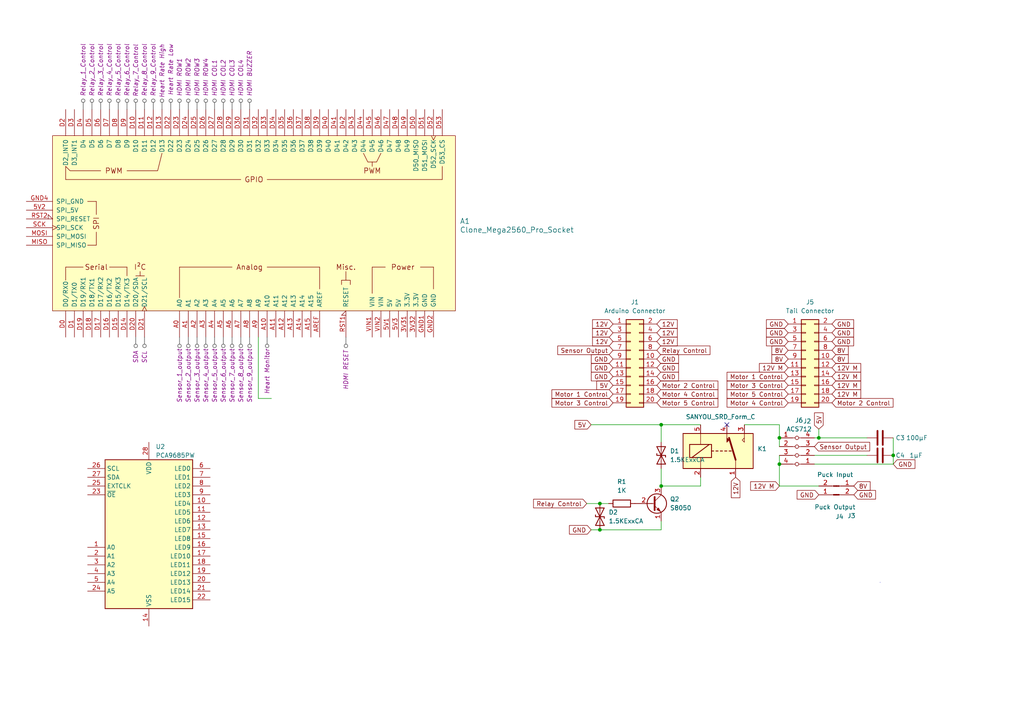
<source format=kicad_sch>
(kicad_sch (version 20231120) (generator "eeschema") (generator_version "8.0")
  (paper "A4")
  (lib_symbols
    (symbol "Arduino:Clone_Mega2560_Pro_Socket" (pin_names (offset 1.016))
      (property "Reference" "A" (at 0 -62.23 0))
      (property "Value" "Clone_Mega2560_Pro_Socket" (at 0 -66.04 0))
      (symbol "Clone_Mega2560_Pro_Socket_0_0"
        (rectangle (start -25.4 -58.42) (end 25.4 58.42) (fill (type background)))
        (rectangle (start -20.32 -34.29) (end -12.7 -34.29))
        (rectangle (start -19.05 -52.07) (end -12.7 -52.07))
        (rectangle (start -19.05 -19.05) (end -12.7 -19.05))
        (rectangle (start -17.78 -27.94) (end -16.51 -27.94))
        (rectangle (start -17.78 -25.4) (end -16.51 -25.4))
        (rectangle (start -16.51 -26.67) (end -13.97 -26.67))
        (rectangle (start -16.51 -25.4) (end -16.51 -27.94))
        (rectangle (start -16.51 54.61) (end -12.7 54.61))
        (rectangle (start -15.24 33.02) (end -13.97 33.02))
        (rectangle (start -15.24 34.29) (end -15.24 31.75))
        (rectangle (start -15.24 36.83) (end -12.7 36.83))
        (rectangle (start -12.7 -48.26) (end -12.7 -52.07))
        (rectangle (start -12.7 -34.29) (end -12.7 -38.1))
        (rectangle (start -12.7 41.91) (end -12.7 36.83))
        (rectangle (start -12.7 49.53) (end -12.7 54.61))
        (rectangle (start -6.35 48.26) (end -6.35 45.72))
        (rectangle (start -2.54 45.72) (end -6.35 45.72))
        (polyline (pts (xy -21.59 21.59) (xy -12.7 21.59)))
        (polyline (pts (xy -12.7 -19.05) (xy -12.7 -3.81)))
        (polyline (pts (xy -12.7 6.35) (xy -12.7 21.59)))
        (polyline (pts (xy 12.7 -54.61) (xy 16.51 -54.61)))
        (polyline (pts (xy 12.7 54.61) (xy 16.51 54.61)))
        (polyline (pts (xy 17.78 -34.29) (xy 16.51 -34.29)))
        (polyline (pts (xy 15.24 36.83) (xy 15.24 27.94) (xy 20.32 26.67)))
        (polyline (pts (xy 15.24 44.45) (xy 15.24 53.34) (xy 16.51 54.61)))
        (polyline (pts (xy 20.32 -31.75) (xy 17.78 -33.02) (xy 17.78 -35.56) (xy 20.32 -36.83)))
        (rectangle (start 6.35 45.72) (end 2.54 45.72))
        (rectangle (start 6.35 48.26) (end 6.35 45.72))
        (text "Analog" (at -12.7 1.27 900) (effects (font (size 1.524 1.524))))
        (text "I²C" (at -12.7 33.02 900) (effects (font (size 1.524 1.524))))
        (text "Misc." (at -12.7 -26.67 900) (effects (font (size 1.524 1.524))))
        (text "Power" (at -12.7 -43.18 900) (effects (font (size 1.524 1.524))))
        (text "PWM" (at 15.24 -34.29 900) (effects (font (size 1.524 1.524))))
        (text "PWM" (at 15.24 40.64 900) (effects (font (size 1.524 1.524))))
        (text "Serial" (at -12.7 45.72 900) (effects (font (size 1.524 1.524))))
        (text "SPI" (at 0 45.72 0) (effects (font (size 1.524 1.524))))
      )
      (symbol "Clone_Mega2560_Pro_Socket_1_0"
        (rectangle (start 12.7 -54.61) (end 12.7 -3.81))
        (rectangle (start 12.7 54.61) (end 12.7 3.81))
        (text "GPIO" (at 12.7 0 900) (effects (font (size 1.524 1.524))))
      )
      (symbol "Clone_Mega2560_Pro_Socket_1_1"
        (pin power_out line (at -33.02 -44.45 0) (length 7.62) (name "3.3V") (number "3V31"))
        (pin power_out line (at -33.02 -46.99 0) (length 7.62) (name "3.3V") (number "3V32"))
        (pin power_in line (at -33.02 -39.37 0) (length 7.62) (name "5V") (number "5V1"))
        (pin power_in line (at 3.81 66.04 270) (length 7.62) (name "SPI_5V") (number "5V2"))
        (pin power_in line (at -33.02 -41.91 0) (length 7.62) (name "5V") (number "5V3"))
        (pin bidirectional line (at -33.02 21.59 0) (length 7.62) (name "A0") (number "A0"))
        (pin bidirectional line (at -33.02 19.05 0) (length 7.62) (name "A1") (number "A1"))
        (pin bidirectional line (at -33.02 -3.81 0) (length 7.62) (name "A10") (number "A10"))
        (pin bidirectional line (at -33.02 -6.35 0) (length 7.62) (name "A11") (number "A11"))
        (pin bidirectional line (at -33.02 -8.89 0) (length 7.62) (name "A12") (number "A12"))
        (pin bidirectional line (at -33.02 -11.43 0) (length 7.62) (name "A13") (number "A13"))
        (pin bidirectional line (at -33.02 -13.97 0) (length 7.62) (name "A14") (number "A14"))
        (pin bidirectional line (at -33.02 -16.51 0) (length 7.62) (name "A15") (number "A15"))
        (pin bidirectional line (at -33.02 16.51 0) (length 7.62) (name "A2") (number "A2"))
        (pin bidirectional line (at -33.02 13.97 0) (length 7.62) (name "A3") (number "A3"))
        (pin bidirectional line (at -33.02 11.43 0) (length 7.62) (name "A4") (number "A4"))
        (pin bidirectional line (at -33.02 8.89 0) (length 7.62) (name "A5") (number "A5"))
        (pin bidirectional line (at -33.02 6.35 0) (length 7.62) (name "A6") (number "A6"))
        (pin bidirectional line (at -33.02 3.81 0) (length 7.62) (name "A7") (number "A7"))
        (pin bidirectional line (at -33.02 1.27 0) (length 7.62) (name "A8") (number "A8"))
        (pin bidirectional line (at -33.02 -1.27 0) (length 7.62) (name "A9") (number "A9"))
        (pin input line (at -33.02 -19.05 0) (length 7.62) (name "AREF") (number "AREF"))
        (pin bidirectional line (at -33.02 54.61 0) (length 7.62) (name "D0/RX0") (number "D0"))
        (pin bidirectional line (at -33.02 52.07 0) (length 7.62) (name "D1/TX0") (number "D1"))
        (pin bidirectional line (at 33.02 34.29 180) (length 7.62) (name "D10") (number "D10"))
        (pin bidirectional line (at 33.02 31.75 180) (length 7.62) (name "D11") (number "D11"))
        (pin bidirectional line (at 33.02 29.21 180) (length 7.62) (name "D12") (number "D12"))
        (pin bidirectional line (at 33.02 26.67 180) (length 7.62) (name "D13") (number "D13"))
        (pin bidirectional line (at -33.02 36.83 0) (length 7.62) (name "D14/TX3") (number "D14"))
        (pin bidirectional line (at -33.02 39.37 0) (length 7.62) (name "D15/RX3") (number "D15"))
        (pin bidirectional line (at -33.02 41.91 0) (length 7.62) (name "D16/TX2") (number "D16"))
        (pin bidirectional line (at -33.02 44.45 0) (length 7.62) (name "D17/RX2") (number "D17"))
        (pin bidirectional line (at -33.02 46.99 0) (length 7.62) (name "D18/TX1") (number "D18"))
        (pin bidirectional line (at -33.02 49.53 0) (length 7.62) (name "D19/RX1") (number "D19"))
        (pin bidirectional line (at 33.02 54.61 180) (length 7.62) (name "D2_INT0") (number "D2"))
        (pin bidirectional line (at -33.02 34.29 0) (length 7.62) (name "D20/SDA") (number "D20"))
        (pin bidirectional clock (at -33.02 31.75 0) (length 7.62) (name "D21/SCL") (number "D21"))
        (pin bidirectional line (at 33.02 24.13 180) (length 7.62) (name "D22") (number "D22"))
        (pin bidirectional line (at 33.02 21.59 180) (length 7.62) (name "D23") (number "D23"))
        (pin bidirectional line (at 33.02 19.05 180) (length 7.62) (name "D24") (number "D24"))
        (pin bidirectional line (at 33.02 16.51 180) (length 7.62) (name "D25") (number "D25"))
        (pin bidirectional line (at 33.02 13.97 180) (length 7.62) (name "D26") (number "D26"))
        (pin bidirectional line (at 33.02 11.43 180) (length 7.62) (name "D27") (number "D27"))
        (pin bidirectional line (at 33.02 8.89 180) (length 7.62) (name "D28") (number "D28"))
        (pin bidirectional line (at 33.02 6.35 180) (length 7.62) (name "D29") (number "D29"))
        (pin bidirectional line (at 33.02 52.07 180) (length 7.62) (name "D3_INT1") (number "D3"))
        (pin bidirectional line (at 33.02 3.81 180) (length 7.62) (name "D30") (number "D30"))
        (pin bidirectional line (at 33.02 1.27 180) (length 7.62) (name "D31") (number "D31"))
        (pin bidirectional line (at 33.02 -1.27 180) (length 7.62) (name "D32") (number "D32"))
        (pin bidirectional line (at 33.02 -3.81 180) (length 7.62) (name "D33") (number "D33"))
        (pin bidirectional line (at 33.02 -6.35 180) (length 7.62) (name "D34") (number "D34"))
        (pin bidirectional line (at 33.02 -8.89 180) (length 7.62) (name "D35") (number "D35"))
        (pin bidirectional line (at 33.02 -11.43 180) (length 7.62) (name "D36") (number "D36"))
        (pin bidirectional line (at 33.02 -13.97 180) (length 7.62) (name "D37") (number "D37"))
        (pin bidirectional line (at 33.02 -16.51 180) (length 7.62) (name "D38") (number "D38"))
        (pin bidirectional line (at 33.02 -19.05 180) (length 7.62) (name "D39") (number "D39"))
        (pin bidirectional line (at 33.02 49.53 180) (length 7.62) (name "D4") (number "D4"))
        (pin bidirectional line (at 33.02 -21.59 180) (length 7.62) (name "D40") (number "D40"))
        (pin bidirectional line (at 33.02 -24.13 180) (length 7.62) (name "D41") (number "D41"))
        (pin bidirectional line (at 33.02 -26.67 180) (length 7.62) (name "D42") (number "D42"))
        (pin bidirectional line (at 33.02 -29.21 180) (length 7.62) (name "D43") (number "D43"))
        (pin bidirectional line (at 33.02 -31.75 180) (length 7.62) (name "D44") (number "D44"))
        (pin bidirectional line (at 33.02 -34.29 180) (length 7.62) (name "D45") (number "D45"))
        (pin bidirectional line (at 33.02 -36.83 180) (length 7.62) (name "D46") (number "D46"))
        (pin bidirectional line (at 33.02 -39.37 180) (length 7.62) (name "D47") (number "D47"))
        (pin bidirectional line (at 33.02 -41.91 180) (length 7.62) (name "D48") (number "D48"))
        (pin bidirectional line (at 33.02 -44.45 180) (length 7.62) (name "D49") (number "D49"))
        (pin bidirectional line (at 33.02 46.99 180) (length 7.62) (name "D5") (number "D5"))
        (pin bidirectional line (at 33.02 -46.99 180) (length 7.62) (name "D50_MISO") (number "D50"))
        (pin bidirectional line (at 33.02 -49.53 180) (length 7.62) (name "D51_MOSI") (number "D51"))
        (pin bidirectional clock (at 33.02 -52.07 180) (length 7.62) (name "D52_SCK") (number "D52"))
        (pin bidirectional line (at 33.02 -54.61 180) (length 7.62) (name "D53_CS") (number "D53"))
        (pin bidirectional line (at 33.02 44.45 180) (length 7.62) (name "D6") (number "D6"))
        (pin bidirectional line (at 33.02 41.91 180) (length 7.62) (name "D7") (number "D7"))
        (pin bidirectional line (at 33.02 39.37 180) (length 7.62) (name "D8") (number "D8"))
        (pin bidirectional line (at 33.02 36.83 180) (length 7.62) (name "D9") (number "D9"))
        (pin power_in line (at -33.02 -49.53 0) (length 7.62) (name "GND") (number "GND1"))
        (pin power_in line (at -33.02 -52.07 0) (length 7.62) (name "GND") (number "GND2"))
        (pin power_in line (at 6.35 66.04 270) (length 7.62) (name "SPI_GND") (number "GND4"))
        (pin input line (at -6.35 66.04 270) (length 7.62) (name "SPI_MISO") (number "MISO"))
        (pin output line (at -3.81 66.04 270) (length 7.62) (name "SPI_MOSI") (number "MOSI"))
        (pin open_collector input_low (at -33.02 -26.67 0) (length 7.62) (name "RESET") (number "RST1"))
        (pin open_collector input_low (at 1.27 66.04 270) (length 7.62) (name "SPI_RESET") (number "RST2"))
        (pin output clock (at -1.27 66.04 270) (length 7.62) (name "SPI_SCK") (number "SCK"))
        (pin power_in line (at -33.02 -34.29 0) (length 7.62) (name "VIN") (number "VIN1"))
        (pin power_in line (at -33.02 -36.83 0) (length 7.62) (name "VIN") (number "VIN2"))
      )
    )
    (symbol "Connector:Conn_01x02_Pin" (pin_names (offset 1.016) hide)
      (property "Reference" "J" (at 0 2.54 0))
      (property "Value" "Conn_01x02_Pin" (at 0 -5.08 0))
      (symbol "Conn_01x02_Pin_1_1"
        (polyline (pts (xy 1.27 -2.54) (xy 0.8636 -2.54)) (stroke (width 0.1524)))
        (polyline (pts (xy 1.27 0) (xy 0.8636 0)) (stroke (width 0.1524)))
        (rectangle (start 0.8636 -2.413) (end 0 -2.667) (stroke (width 0.1524)) (fill (type outline)))
        (rectangle (start 0.8636 0.127) (end 0 -0.127) (stroke (width 0.1524)) (fill (type outline)))
        (pin passive line (at 5.08 0 180) (length 3.81) (name "Pin_1") (number "1"))
        (pin passive line (at 5.08 -2.54 180) (length 3.81) (name "Pin_2") (number "2"))
      )
    )
    (symbol "Connector:Conn_01x04_Socket" (pin_names (offset 1.016) hide)
      (property "Reference" "J" (at 0 5.08 0))
      (property "Value" "Conn_01x04_Socket" (at 0 -7.62 0))
      (symbol "Conn_01x04_Socket_1_1"
        (arc (start 0 -4.572) (mid -0.5058 -5.08) (end 0 -5.588) (stroke (width 0.1524)))
        (arc (start 0 -2.032) (mid -0.5058 -2.54) (end 0 -3.048) (stroke (width 0.1524)))
        (polyline (pts (xy -1.27 -5.08) (xy -0.508 -5.08)) (stroke (width 0.1524)))
        (polyline (pts (xy -1.27 -2.54) (xy -0.508 -2.54)) (stroke (width 0.1524)))
        (polyline (pts (xy -1.27 0) (xy -0.508 0)) (stroke (width 0.1524)))
        (polyline (pts (xy -1.27 2.54) (xy -0.508 2.54)) (stroke (width 0.1524)))
        (arc (start 0 0.508) (mid -0.5058 0) (end 0 -0.508) (stroke (width 0.1524)))
        (arc (start 0 3.048) (mid -0.5058 2.54) (end 0 2.032) (stroke (width 0.1524)))
        (pin passive line (at -5.08 2.54 0) (length 3.81) (name "Pin_1") (number "1"))
        (pin passive line (at -5.08 0 0) (length 3.81) (name "Pin_2") (number "2"))
        (pin passive line (at -5.08 -2.54 0) (length 3.81) (name "Pin_3") (number "3"))
        (pin passive line (at -5.08 -5.08 0) (length 3.81) (name "Pin_4") (number "4"))
      )
    )
    (symbol "Connector_Generic:Conn_02x10_Odd_Even" (pin_names (offset 1.016) hide)
      (property "Reference" "J" (at 1.27 12.7 0))
      (property "Value" "Conn_02x10_Odd_Even" (at 1.27 -15.24 0))
      (symbol "Conn_02x10_Odd_Even_1_1"
        (rectangle (start -1.27 -12.573) (end 0 -12.827) (stroke (width 0.1524)))
        (rectangle (start -1.27 -10.033) (end 0 -10.287) (stroke (width 0.1524)))
        (rectangle (start -1.27 -7.493) (end 0 -7.747) (stroke (width 0.1524)))
        (rectangle (start -1.27 -4.953) (end 0 -5.207) (stroke (width 0.1524)))
        (rectangle (start -1.27 -2.413) (end 0 -2.667) (stroke (width 0.1524)))
        (rectangle (start -1.27 0.127) (end 0 -0.127) (stroke (width 0.1524)))
        (rectangle (start -1.27 2.667) (end 0 2.413) (stroke (width 0.1524)))
        (rectangle (start -1.27 5.207) (end 0 4.953) (stroke (width 0.1524)))
        (rectangle (start -1.27 7.747) (end 0 7.493) (stroke (width 0.1524)))
        (rectangle (start -1.27 10.287) (end 0 10.033) (stroke (width 0.1524)))
        (rectangle (start -1.27 11.43) (end 3.81 -13.97) (stroke (width 0.254)) (fill (type background)))
        (rectangle (start 3.81 -12.573) (end 2.54 -12.827) (stroke (width 0.1524)))
        (rectangle (start 3.81 -10.033) (end 2.54 -10.287) (stroke (width 0.1524)))
        (rectangle (start 3.81 -7.493) (end 2.54 -7.747) (stroke (width 0.1524)))
        (rectangle (start 3.81 -4.953) (end 2.54 -5.207) (stroke (width 0.1524)))
        (rectangle (start 3.81 -2.413) (end 2.54 -2.667) (stroke (width 0.1524)))
        (rectangle (start 3.81 0.127) (end 2.54 -0.127) (stroke (width 0.1524)))
        (rectangle (start 3.81 2.667) (end 2.54 2.413) (stroke (width 0.1524)))
        (rectangle (start 3.81 5.207) (end 2.54 4.953) (stroke (width 0.1524)))
        (rectangle (start 3.81 7.747) (end 2.54 7.493) (stroke (width 0.1524)))
        (rectangle (start 3.81 10.287) (end 2.54 10.033) (stroke (width 0.1524)))
        (pin passive line (at -5.08 10.16 0) (length 3.81) (name "Pin_1") (number "1"))
        (pin passive line (at 7.62 0 180) (length 3.81) (name "Pin_10") (number "10"))
        (pin passive line (at -5.08 -2.54 0) (length 3.81) (name "Pin_11") (number "11"))
        (pin passive line (at 7.62 -2.54 180) (length 3.81) (name "Pin_12") (number "12"))
        (pin passive line (at -5.08 -5.08 0) (length 3.81) (name "Pin_13") (number "13"))
        (pin passive line (at 7.62 -5.08 180) (length 3.81) (name "Pin_14") (number "14"))
        (pin passive line (at -5.08 -7.62 0) (length 3.81) (name "Pin_15") (number "15"))
        (pin passive line (at 7.62 -7.62 180) (length 3.81) (name "Pin_16") (number "16"))
        (pin passive line (at -5.08 -10.16 0) (length 3.81) (name "Pin_17") (number "17"))
        (pin passive line (at 7.62 -10.16 180) (length 3.81) (name "Pin_18") (number "18"))
        (pin passive line (at -5.08 -12.7 0) (length 3.81) (name "Pin_19") (number "19"))
        (pin passive line (at 7.62 10.16 180) (length 3.81) (name "Pin_2") (number "2"))
        (pin passive line (at 7.62 -12.7 180) (length 3.81) (name "Pin_20") (number "20"))
        (pin passive line (at -5.08 7.62 0) (length 3.81) (name "Pin_3") (number "3"))
        (pin passive line (at 7.62 7.62 180) (length 3.81) (name "Pin_4") (number "4"))
        (pin passive line (at -5.08 5.08 0) (length 3.81) (name "Pin_5") (number "5"))
        (pin passive line (at 7.62 5.08 180) (length 3.81) (name "Pin_6") (number "6"))
        (pin passive line (at -5.08 2.54 0) (length 3.81) (name "Pin_7") (number "7"))
        (pin passive line (at 7.62 2.54 180) (length 3.81) (name "Pin_8") (number "8"))
        (pin passive line (at -5.08 0 0) (length 3.81) (name "Pin_9") (number "9"))
      )
    )
    (symbol "Device:C" (pin_numbers hide) (pin_names (offset 0.254))
      (property "Reference" "C" (at 0.635 2.54 0))
      (property "Value" "C" (at 0.635 -2.54 0))
      (symbol "C_0_1"
        (polyline (pts (xy -2.032 -0.762) (xy 2.032 -0.762)) (stroke (width 0.508)))
        (polyline (pts (xy -2.032 0.762) (xy 2.032 0.762)) (stroke (width 0.508)))
      )
      (symbol "C_1_1"
        (pin passive line (at 0 3.81 270) (length 2.794) (name "~") (number "1"))
        (pin passive line (at 0 -3.81 90) (length 2.794) (name "~") (number "2"))
      )
    )
    (symbol "Device:R" (pin_numbers hide) (pin_names (offset 0))
      (property "Reference" "R" (at 2.032 0 90))
      (property "Value" "R" (at 0 0 90))
      (symbol "R_0_1"
        (rectangle (start -1.016 -2.54) (end 1.016 2.54) (stroke (width 0.254)))
      )
      (symbol "R_1_1"
        (pin passive line (at 0 3.81 270) (length 1.27) (name "~") (number "1"))
        (pin passive line (at 0 -3.81 90) (length 1.27) (name "~") (number "2"))
      )
    )
    (symbol "Diode:1.5KExxCA" (pin_numbers hide) (pin_names (offset 1.016) hide)
      (property "Reference" "D" (at 0 2.54 0))
      (property "Value" "1.5KExxCA" (at 0 -2.54 0))
      (symbol "1.5KExxCA_0_1"
        (polyline (pts (xy 1.27 0) (xy -1.27 0)))
        (polyline (pts (xy -2.54 -1.27) (xy 0 0) (xy -2.54 1.27) (xy -2.54 -1.27)) (stroke (width 0.254)))
        (polyline (pts (xy 0.508 1.27) (xy 0 1.27) (xy 0 -1.27) (xy -0.508 -1.27)) (stroke (width 0.254)))
        (polyline (pts (xy 2.54 1.27) (xy 2.54 -1.27) (xy 0 0) (xy 2.54 1.27)) (stroke (width 0.254)))
      )
      (symbol "1.5KExxCA_1_1"
        (pin passive line (at -3.81 0 0) (length 2.54) (name "A1") (number "1"))
        (pin passive line (at 3.81 0 180) (length 2.54) (name "A2") (number "2"))
      )
    )
    (symbol "Driver_LED:PCA9685PW"
      (property "Reference" "U" (at -12.7 22.225 0))
      (property "Value" "PCA9685PW" (at 1.27 22.225 0))
      (symbol "PCA9685PW_0_1"
        (rectangle (start -12.7 20.32) (end 12.7 -22.86) (stroke (width 0.254)) (fill (type background)))
      )
      (symbol "PCA9685PW_1_1"
        (pin input line (at -17.78 -5.08 0) (length 5.08) (name "A0") (number "1"))
        (pin output line (at 17.78 7.62 180) (length 5.08) (name "LED4") (number "10"))
        (pin output line (at 17.78 5.08 180) (length 5.08) (name "LED5") (number "11"))
        (pin output line (at 17.78 2.54 180) (length 5.08) (name "LED6") (number "12"))
        (pin output line (at 17.78 0 180) (length 5.08) (name "LED7") (number "13"))
        (pin power_in line (at 0 -27.94 90) (length 5.08) (name "VSS") (number "14"))
        (pin output line (at 17.78 -2.54 180) (length 5.08) (name "LED8") (number "15"))
        (pin output line (at 17.78 -5.08 180) (length 5.08) (name "LED9") (number "16"))
        (pin output line (at 17.78 -7.62 180) (length 5.08) (name "LED10") (number "17"))
        (pin output line (at 17.78 -10.16 180) (length 5.08) (name "LED11") (number "18"))
        (pin output line (at 17.78 -12.7 180) (length 5.08) (name "LED12") (number "19"))
        (pin input line (at -17.78 -7.62 0) (length 5.08) (name "A1") (number "2"))
        (pin output line (at 17.78 -15.24 180) (length 5.08) (name "LED13") (number "20"))
        (pin output line (at 17.78 -17.78 180) (length 5.08) (name "LED14") (number "21"))
        (pin output line (at 17.78 -20.32 180) (length 5.08) (name "LED15") (number "22"))
        (pin input line (at -17.78 10.16 0) (length 5.08) (name "~{OE}") (number "23"))
        (pin input line (at -17.78 -17.78 0) (length 5.08) (name "A5") (number "24"))
        (pin input line (at -17.78 12.7 0) (length 5.08) (name "EXTCLK") (number "25"))
        (pin input line (at -17.78 17.78 0) (length 5.08) (name "SCL") (number "26"))
        (pin bidirectional line (at -17.78 15.24 0) (length 5.08) (name "SDA") (number "27"))
        (pin power_in line (at 0 25.4 270) (length 5.08) (name "VDD") (number "28"))
        (pin input line (at -17.78 -10.16 0) (length 5.08) (name "A2") (number "3"))
        (pin input line (at -17.78 -12.7 0) (length 5.08) (name "A3") (number "4"))
        (pin input line (at -17.78 -15.24 0) (length 5.08) (name "A4") (number "5"))
        (pin output line (at 17.78 17.78 180) (length 5.08) (name "LED0") (number "6"))
        (pin output line (at 17.78 15.24 180) (length 5.08) (name "LED1") (number "7"))
        (pin output line (at 17.78 12.7 180) (length 5.08) (name "LED2") (number "8"))
        (pin output line (at 17.78 10.16 180) (length 5.08) (name "LED3") (number "9"))
      )
    )
    (symbol "Relay:SANYOU_SRD_Form_C"
      (property "Reference" "K" (at 11.43 3.81 0))
      (property "Value" "SANYOU_SRD_Form_C" (at 11.43 1.27 0))
      (symbol "SANYOU_SRD_Form_C_0_0"
        (polyline (pts (xy 7.62 5.08) (xy 7.62 2.54) (xy 6.985 3.175) (xy 7.62 3.81)))
      )
      (symbol "SANYOU_SRD_Form_C_0_1"
        (rectangle (start -10.16 5.08) (end 10.16 -5.08) (stroke (width 0.254)) (fill (type background)))
        (rectangle (start -8.255 1.905) (end -1.905 -1.905) (stroke (width 0.254)))
        (polyline (pts (xy -7.62 -1.905) (xy -2.54 1.905)) (stroke (width 0.254)))
        (polyline (pts (xy -5.08 -5.08) (xy -5.08 -1.905)))
        (polyline (pts (xy -5.08 5.08) (xy -5.08 1.905)))
        (polyline (pts (xy -1.905 0) (xy -1.27 0)) (stroke (width 0.254)))
        (polyline (pts (xy -0.635 0) (xy 0 0)) (stroke (width 0.254)))
        (polyline (pts (xy 0.635 0) (xy 1.27 0)) (stroke (width 0.254)))
        (polyline (pts (xy 1.905 0) (xy 2.54 0)) (stroke (width 0.254)))
        (polyline (pts (xy 3.175 0) (xy 3.81 0)) (stroke (width 0.254)))
        (polyline (pts (xy 5.08 -2.54) (xy 3.175 3.81)) (stroke (width 0.508)))
        (polyline (pts (xy 5.08 -2.54) (xy 5.08 -5.08)))
      )
      (symbol "SANYOU_SRD_Form_C_1_1"
        (polyline (pts (xy 2.54 3.81) (xy 3.175 3.175) (xy 2.54 2.54) (xy 2.54 5.08)) (fill (type outline)))
        (pin passive line (at 5.08 -7.62 90) (length 2.54) (name "~") (number "1"))
        (pin passive line (at -5.08 -7.62 90) (length 2.54) (name "~") (number "2"))
        (pin passive line (at 7.62 7.62 270) (length 2.54) (name "~") (number "3"))
        (pin passive line (at 2.54 7.62 270) (length 2.54) (name "~") (number "4"))
        (pin passive line (at -5.08 7.62 270) (length 2.54) (name "~") (number "5"))
      )
    )
    (symbol "Transistor_BJT:S8050" (pin_names (offset 0) hide)
      (property "Reference" "Q" (at 5.08 1.905 0))
      (property "Value" "S8050" (at 5.08 0 0))
      (symbol "S8050_0_1"
        (polyline (pts (xy 0 0) (xy 0.635 0)))
        (polyline (pts (xy 0.635 0.635) (xy 2.54 2.54)))
        (polyline (pts (xy 0.635 -0.635) (xy 2.54 -2.54) (xy 2.54 -2.54)))
        (polyline (pts (xy 0.635 1.905) (xy 0.635 -1.905) (xy 0.635 -1.905)) (stroke (width 0.508)))
        (polyline (pts (xy 1.27 -1.778) (xy 1.778 -1.27) (xy 2.286 -2.286) (xy 1.27 -1.778) (xy 1.27 -1.778)) (fill (type outline)))
        (circle (center 1.27 0) (radius 2.8194) (stroke (width 0.254)))
      )
      (symbol "S8050_1_1"
        (pin passive line (at 2.54 -5.08 90) (length 2.54) (name "E") (number "1"))
        (pin input line (at -5.08 0 0) (length 5.08) (name "B") (number "2"))
        (pin passive line (at 2.54 5.08 270) (length 2.54) (name "C") (number "3"))
      )
    )
  )
  (junction (at 259.08 132.08))
  (junction (at 173.99 153.67))
  (junction (at 237.49 127))
  (junction (at 226.06 134.62))
  (junction (at 191.77 140.97))
  (junction (at 191.77 123.19))
  (junction (at 173.99 146.05))
  (junction (at 226.06 127))
  (no_connect (at 210.82 123.19))
  (wire (pts (xy 226.06 127) (xy 226.06 129.54)))
  (wire (pts (xy 191.77 123.19) (xy 191.77 128.27)))
  (wire (pts (xy 173.99 153.67) (xy 191.77 153.67)))
  (wire (pts (xy 173.99 146.05) (xy 176.53 146.05)))
  (wire (pts (xy 203.2 123.19) (xy 191.77 123.19)))
  (wire (pts (xy 236.22 127) (xy 237.49 127)))
  (wire (pts (xy 259.08 132.08) (xy 259.08 134.62)))
  (wire (pts (xy 226.06 134.62) (xy 226.06 140.97)))
  (wire (pts (xy 237.49 124.46) (xy 237.49 127)))
  (wire (pts (xy 236.22 132.08) (xy 251.46 132.08)))
  (wire (pts (xy 191.77 140.97) (xy 203.2 140.97)))
  (wire (pts (xy 203.2 140.97) (xy 203.2 138.43)))
  (wire (pts (xy 74.93 97.79) (xy 74.93 115.57)))
  (wire (pts (xy 191.77 135.89) (xy 191.77 140.97)))
  (wire (pts (xy 191.77 153.67) (xy 191.77 151.13)))
  (wire (pts (xy 226.06 132.08) (xy 226.06 134.62)))
  (wire (pts (xy 259.08 134.62) (xy 236.22 134.62)))
  (wire (pts (xy 171.45 123.19) (xy 191.77 123.19)))
  (wire (pts (xy 237.49 127) (xy 251.46 127)))
  (wire (pts (xy 226.06 123.19) (xy 226.06 127)))
  (wire (pts (xy 171.45 153.67) (xy 173.99 153.67)))
  (wire (pts (xy 74.93 115.57) (xy 78.74 115.57)))
  (wire (pts (xy 215.9 123.19) (xy 226.06 123.19)))
  (wire (pts (xy 259.08 127) (xy 259.08 132.08)))
  (wire (pts (xy 170.18 146.05) (xy 173.99 146.05)))
  (wire (pts (xy 226.06 140.97) (xy 237.49 140.97)))
  (rectangle (start 232.41 -209.55) (end 232.41 -209.55))
  (rectangle (start 255.27 168.91) (end 255.27 168.91))
  (global_label "GND" (shape input) (at 241.3 93.98 0) (property "Intersheetrefs" "${INTERSHEET_REFS}" (effects (hide yes))))
  (global_label "12V" (shape input) (at 190.5 93.98 0) (property "Intersheetrefs" "${INTERSHEET_REFS}" (effects (hide yes))))
  (global_label "12V" (shape input) (at 177.8 99.06 180) (property "Intersheetrefs" "${INTERSHEET_REFS}" (effects (hide yes))))
  (global_label "GND" (shape input) (at 228.6 93.98 180) (property "Intersheetrefs" "${INTERSHEET_REFS}" (effects (hide yes))))
  (global_label "Motor 5 Control" (shape input) (at 190.5 116.84 0) (property "Intersheetrefs" "${INTERSHEET_REFS}" (effects (hide yes))))
  (global_label "GND" (shape input) (at 190.5 109.22 0) (property "Intersheetrefs" "${INTERSHEET_REFS}" (effects (hide yes))))
  (global_label "Motor 4 Control" (shape input) (at 228.6 116.84 180) (property "Intersheetrefs" "${INTERSHEET_REFS}" (effects (hide yes))))
  (global_label "GND" (shape input) (at 177.8 109.22 180) (property "Intersheetrefs" "${INTERSHEET_REFS}" (effects (hide yes))))
  (global_label "12V M" (shape input) (at 228.6 106.68 180) (property "Intersheetrefs" "${INTERSHEET_REFS}" (effects (hide yes))))
  (global_label "12V" (shape input) (at 190.5 96.52 0) (property "Intersheetrefs" "${INTERSHEET_REFS}" (effects (hide yes))))
  (global_label "12V M" (shape input) (at 241.3 106.68 0) (property "Intersheetrefs" "${INTERSHEET_REFS}" (effects (hide yes))))
  (global_label "12V M" (shape input) (at 226.06 140.97 180) (property "Intersheetrefs" "${INTERSHEET_REFS}" (effects (hide yes))))
  (global_label "5V" (shape input) (at 177.8 111.76 180) (property "Intersheetrefs" "${INTERSHEET_REFS}" (effects (hide yes))))
  (global_label "8V" (shape input) (at 241.3 101.6 0) (property "Intersheetrefs" "${INTERSHEET_REFS}" (effects (hide yes))))
  (global_label "12V M" (shape input) (at 241.3 111.76 0) (property "Intersheetrefs" "${INTERSHEET_REFS}" (effects (hide yes))))
  (global_label "12V" (shape input) (at 213.36 138.43 270) (property "Intersheetrefs" "${INTERSHEET_REFS}" (effects (hide yes))))
  (global_label "Motor 3 Control" (shape input) (at 228.6 111.76 180) (property "Intersheetrefs" "${INTERSHEET_REFS}" (effects (hide yes))))
  (global_label "8V" (shape input) (at 241.3 104.14 0) (property "Intersheetrefs" "${INTERSHEET_REFS}" (effects (hide yes))))
  (global_label "Sensor Output" (shape input) (at 177.8 101.6 180) (property "Intersheetrefs" "${INTERSHEET_REFS}" (effects (hide yes))))
  (global_label "GND" (shape input) (at 190.5 104.14 0) (property "Intersheetrefs" "${INTERSHEET_REFS}" (effects (hide yes))))
  (global_label "12V" (shape input) (at 177.8 93.98 180) (property "Intersheetrefs" "${INTERSHEET_REFS}" (effects (hide yes))))
  (global_label "GND" (shape input) (at 228.6 96.52 180) (property "Intersheetrefs" "${INTERSHEET_REFS}" (effects (hide yes))))
  (global_label "8V" (shape input) (at 247.65 140.97 0) (property "Intersheetrefs" "${INTERSHEET_REFS}" (effects (hide yes))))
  (global_label "GND" (shape input) (at 177.8 106.68 180) (property "Intersheetrefs" "${INTERSHEET_REFS}" (effects (hide yes))))
  (global_label "8V" (shape input) (at 228.6 101.6 180) (property "Intersheetrefs" "${INTERSHEET_REFS}" (effects (hide yes))))
  (global_label "GND" (shape input) (at 259.08 134.62 0) (property "Intersheetrefs" "${INTERSHEET_REFS}" (effects (hide yes))))
  (global_label "12V" (shape input) (at 177.8 96.52 180) (property "Intersheetrefs" "${INTERSHEET_REFS}" (effects (hide yes))))
  (global_label "Motor 1 Control" (shape input) (at 228.6 109.22 180) (property "Intersheetrefs" "${INTERSHEET_REFS}" (effects (hide yes))))
  (global_label "GND" (shape input) (at 241.3 99.06 0) (property "Intersheetrefs" "${INTERSHEET_REFS}" (effects (hide yes))))
  (global_label "Motor 3 Control" (shape input) (at 177.8 116.84 180) (property "Intersheetrefs" "${INTERSHEET_REFS}" (effects (hide yes))))
  (global_label "Relay Control" (shape input) (at 190.5 101.6 0) (property "Intersheetrefs" "${INTERSHEET_REFS}" (effects (hide yes))))
  (global_label "12V" (shape input) (at 190.5 99.06 0) (property "Intersheetrefs" "${INTERSHEET_REFS}" (effects (hide yes))))
  (global_label "Sensor Output" (shape input) (at 236.22 129.54 0) (property "Intersheetrefs" "${INTERSHEET_REFS}" (effects (hide yes))))
  (global_label "GND" (shape input) (at 241.3 96.52 0) (property "Intersheetrefs" "${INTERSHEET_REFS}" (effects (hide yes))))
  (global_label "Motor 2 Control" (shape input) (at 190.5 111.76 0) (property "Intersheetrefs" "${INTERSHEET_REFS}" (effects (hide yes))))
  (global_label "GND" (shape input) (at 177.8 104.14 180) (property "Intersheetrefs" "${INTERSHEET_REFS}" (effects (hide yes))))
  (global_label "GND" (shape input) (at 237.49 143.51 180) (property "Intersheetrefs" "${INTERSHEET_REFS}" (effects (hide yes))))
  (global_label "GND" (shape input) (at 228.6 99.06 180) (property "Intersheetrefs" "${INTERSHEET_REFS}" (effects (hide yes))))
  (global_label "Relay Control" (shape input) (at 170.18 146.05 180) (property "Intersheetrefs" "${INTERSHEET_REFS}" (effects (hide yes))))
  (global_label "Motor 5 Control" (shape input) (at 228.6 114.3 180) (property "Intersheetrefs" "${INTERSHEET_REFS}" (effects (hide yes))))
  (global_label "12V M" (shape input) (at 241.3 114.3 0) (property "Intersheetrefs" "${INTERSHEET_REFS}" (effects (hide yes))))
  (global_label "12V M" (shape input) (at 241.3 109.22 0) (property "Intersheetrefs" "${INTERSHEET_REFS}" (effects (hide yes))))
  (global_label "Motor 1 Control" (shape input) (at 177.8 114.3 180) (property "Intersheetrefs" "${INTERSHEET_REFS}" (effects (hide yes))))
  (global_label "Motor 4 Control" (shape input) (at 190.5 114.3 0) (property "Intersheetrefs" "${INTERSHEET_REFS}" (effects (hide yes))))
  (global_label "GND" (shape input) (at 190.5 106.68 0) (property "Intersheetrefs" "${INTERSHEET_REFS}" (effects (hide yes))))
  (global_label "GND" (shape input) (at 171.45 153.67 180) (property "Intersheetrefs" "${INTERSHEET_REFS}" (effects (hide yes))))
  (global_label "Motor 2 Control" (shape input) (at 241.3 116.84 0) (property "Intersheetrefs" "${INTERSHEET_REFS}" (effects (hide yes))))
  (global_label "GND" (shape input) (at 247.65 143.51 0) (property "Intersheetrefs" "${INTERSHEET_REFS}" (effects (hide yes))))
  (global_label "5V" (shape input) (at 171.45 123.19 180) (property "Intersheetrefs" "${INTERSHEET_REFS}" (effects (hide yes))))
  (global_label "5V" (shape input) (at 237.49 124.46 90) (property "Intersheetrefs" "${INTERSHEET_REFS}" (effects (hide yes))))
  (global_label "8V" (shape input) (at 228.6 104.14 180) (property "Intersheetrefs" "${INTERSHEET_REFS}" (effects (hide yes))))
  (netclass_flag "" (length 2.54) (shape round) (at 49.53 31.75 0) (property "Netclass" "Heart Rate Low" (at 49.53 12.7 90) (effects (font (italic yes)) (justify right))))
  (netclass_flag "" (length 2.54) (shape round) (at 39.37 31.75 0) (property "Netclass" "Relay_7_Control" (at 39.37 12.7 90) (effects (font (italic yes)) (justify right))))
  (netclass_flag "" (length 2.54) (shape round) (at 57.15 31.75 0) (property "Netclass" "HDMI ROW3" (at 57.15 27.94 90) (effects (font (italic yes)) (justify left))))
  (netclass_flag "" (length 2.54) (shape round) (at 46.99 31.75 0) (property "Netclass" "Heart Rate High" (at 46.99 12.7 90) (effects (font (italic yes)) (justify right))))
  (netclass_flag "" (length 2.54) (shape round) (at 59.69 97.79 180) (property "Netclass" "Sensor_4_output" (at 59.69 116.84 90) (effects (font (italic yes)) (justify left))))
  (netclass_flag "" (length 2.54) (shape round) (at 29.21 31.75 0) (property "Netclass" "Relay_3_Control" (at 29.21 27.94 90) (effects (font (italic yes)) (justify left))))
  (netclass_flag "" (length 2.54) (shape round) (at 72.39 97.79 180) (property "Netclass" "Sensor_9_output" (at 72.39 116.84 90) (effects (font (italic yes)) (justify left))))
  (netclass_flag "" (length 2.54) (shape round) (at 67.31 97.79 180) (property "Netclass" "Sensor_7_output" (at 67.31 116.84 90) (effects (font (italic yes)) (justify left))))
  (netclass_flag "" (length 2.54) (shape round) (at 26.67 31.75 0) (property "Netclass" "Relay_2_Control" (at 26.67 27.94 90) (effects (font (italic yes)) (justify left))))
  (netclass_flag "" (length 2.54) (shape round) (at 77.47 97.79 180) (property "Netclass" "Heart Monitor" (at 77.47 114.3 90) (effects (font (italic yes)) (justify left))))
  (netclass_flag "" (length 2.54) (shape round) (at 57.15 97.79 180) (property "Netclass" "Sensor_3_output" (at 57.15 116.84 90) (effects (font (italic yes)) (justify left))))
  (netclass_flag "" (length 2.54) (shape round) (at 41.91 97.79 180) (property "Netclass" "SCL" (at 41.91 105.41 90) (effects (font (italic yes)) (justify left))))
  (netclass_flag "" (length 2.54) (shape round) (at 52.07 31.75 0) (property "Netclass" "HDMI ROW1" (at 52.07 27.94 90) (effects (font (italic yes)) (justify left))))
  (netclass_flag "" (length 2.54) (shape round) (at 69.85 31.75 0) (property "Netclass" "HDMI COL4" (at 69.85 27.94 90) (effects (font (italic yes)) (justify left))))
  (netclass_flag "" (length 2.54) (shape round) (at 59.69 31.75 0) (property "Netclass" "HDMI ROW4" (at 59.69 27.94 90) (effects (font (italic yes)) (justify left))))
  (netclass_flag "" (length 2.54) (shape round) (at 62.23 31.75 0) (property "Netclass" "HDMI COL1" (at 62.23 27.94 90) (effects (font (italic yes)) (justify left))))
  (netclass_flag "" (length 2.54) (shape round) (at 41.91 31.75 0) (property "Netclass" "Relay_8_Control" (at 41.91 27.94 90) (effects (font (italic yes)) (justify left))))
  (netclass_flag "" (length 2.54) (shape round) (at 62.23 97.79 180) (property "Netclass" "Sensor_5_output" (at 62.23 116.84 90) (effects (font (italic yes)) (justify left))))
  (netclass_flag "" (length 2.54) (shape round) (at 54.61 97.79 180) (property "Netclass" "Sensor_2_output" (at 54.61 116.84 90) (effects (font (italic yes)) (justify left))))
  (netclass_flag "" (length 2.54) (shape round) (at 72.39 31.75 0) (property "Netclass" "HDMI BUZZER" (at 72.39 27.94 90) (effects (font (italic yes)) (justify left))))
  (netclass_flag "" (length 2.54) (shape round) (at 24.13 31.75 0) (property "Netclass" "Relay_1_Control" (at 24.13 27.94 90) (effects (font (italic yes)) (justify left))))
  (netclass_flag "" (length 2.54) (shape round) (at 69.85 97.79 180) (property "Netclass" "Sensor_8_output" (at 69.85 116.84 90) (effects (font (italic yes)) (justify left))))
  (netclass_flag "" (length 2.54) (shape round) (at 31.75 31.75 0) (property "Netclass" "Relay_4_Control" (at 31.75 27.94 90) (effects (font (italic yes)) (justify left))))
  (netclass_flag "" (length 2.54) (shape round) (at 64.77 97.79 180) (property "Netclass" "Sensor_6_output" (at 64.77 116.84 90) (effects (font (italic yes)) (justify left))))
  (netclass_flag "" (length 2.54) (shape round) (at 36.83 31.75 0) (property "Netclass" "Relay_6_Control" (at 36.83 27.94 90) (effects (font (italic yes)) (justify left))))
  (netclass_flag "" (length 2.54) (shape round) (at 64.77 31.75 0) (property "Netclass" "HDMI COL2" (at 64.77 27.94 90) (effects (font (italic yes)) (justify left))))
  (netclass_flag "" (length 2.54) (shape round) (at 34.29 31.75 0) (property "Netclass" "Relay_5_Control" (at 34.29 27.94 90) (effects (font (italic yes)) (justify left))))
  (netclass_flag "" (length 2.54) (shape round) (at 52.07 97.79 180) (property "Netclass" "Sensor_1_output" (at 52.07 116.84 90) (effects (font (italic yes)) (justify left))))
  (netclass_flag "" (length 2.54) (shape round) (at 54.61 31.75 0) (property "Netclass" "HDMI ROW2" (at 54.61 27.94 90) (effects (font (italic yes)) (justify left))))
  (netclass_flag "" (length 2.54) (shape round) (at 39.37 97.79 180) (property "Netclass" "SDA" (at 39.37 105.41 90) (effects (font (italic yes)) (justify left))))
  (netclass_flag "" (length 2.54) (shape round) (at 67.31 31.75 0) (property "Netclass" "HDMI COL3" (at 67.31 27.94 90) (effects (font (italic yes)) (justify left))))
  (netclass_flag "" (length 2.54) (shape round) (at 100.33 97.79 180) (property "Netclass" "HDMI RESET" (at 100.33 113.03 90) (effects (font (italic yes)) (justify left))))
  (netclass_flag "" (length 2.54) (shape round) (at 44.45 31.75 0) (property "Netclass" "Relay_9_Control" (at 44.45 27.94 90) (effects (font (italic yes)) (justify left))))
  (symbol (lib_id "Device:R") (at 180.34 146.05 90) (unit 1)
    (property "Reference" "R1" (at 180.34 139.7 90))
    (property "Value" "1K" (at 180.34 142.24 90))
    (property "Footprint" "PCM_Resistor_THT_AKL:R_Axial_DIN0309_L9.0mm_D3.2mm_P15.24mm_Horizontal" (effects (hide yes)))
    (property "Description" "Resistor" (effects (hide yes)))
  )
  (symbol (lib_id "Connector_Generic:Conn_02x10_Odd_Even") (at 182.88 104.14 0) (unit 1)
    (property "Reference" "J1" (at 184.15 87.63 0))
    (property "Value" "Arduino Connector" (at 184.15 90.17 0))
    (property "Footprint" "Connector_PinHeader_2.54mm:PinHeader_2x10_P2.54mm_Vertical" (effects (hide yes)))
    (property "Description" "Generic connector, double row, 02x10, odd/even pin numbering scheme (row 1 odd numbers, row 2 even numbers), script generated (kicad-library-utils/schlib/autogen/connector/)" (effects (hide yes)))
  )
  (symbol (lib_id "Device:C") (at 255.27 132.08 90) (unit 1)
    (property "Reference" "C4" (at 261.112 132.08 90))
    (property "Value" "1µF" (at 265.684 132.08 90))
    (property "Footprint" "Capacitor_THT:C_Rect_L7.0mm_W2.5mm_P5.00mm" (effects (hide yes)))
    (property "Description" "Unpolarized capacitor" (effects (hide yes)))
  )
  (symbol (lib_id "Diode:1.5KExxCA") (at 173.99 149.86 90) (unit 1)
    (property "Reference" "D2" (at 176.53 148.5899 90) (effects (justify right)))
    (property "Value" "1.5KExxCA" (at 176.53 151.1299 90) (effects (justify right)))
    (property "Footprint" "Diode_THT:D_DO-201AE_P15.24mm_Horizontal" (effects (hide yes)))
    (property "Datasheet" "https://www.vishay.com/docs/88301/15ke.pdf" (effects (hide yes)))
    (property "Description" "1500W bidirectional TVS diode, DO-201AE" (effects (hide yes)))
  )
  (symbol (lib_id "Connector:Conn_01x04_Socket") (at 231.14 132.08 180) (unit 1)
    (property "Reference" "J6" (at 231.775 121.92 0))
    (property "Value" "ACS712" (at 231.775 124.46 0))
    (property "Footprint" "Connector_PinHeader_2.54mm:PinHeader_1x04_P2.54mm_Vertical" (effects (hide yes)))
    (property "Description" "Generic connector, single row, 01x04, script generated" (effects (hide yes)))
  )
  (symbol (lib_id "Arduino:Clone_Mega2560_Pro_Socket") (at 73.66 64.77 90) (unit 1)
    (property "Reference" "A1" (at 133.35 64.135 90) (effects (font (size 1.524 1.524)) (justify right)))
    (property "Value" "Clone_Mega2560_Pro_Socket" (at 133.35 66.675 90) (effects (font (size 1.524 1.524)) (justify right)))
    (property "Footprint" "PCM_arduino-library:Clone_Mega2560_Pro_Socket" (effects (hide yes)))
    (property "Datasheet" "https://www.pcboard.ca/mega-2560-pro" (effects (hide yes)))
  )
  (symbol (lib_id "Driver_LED:PCA9685PW") (at 43.18 153.67 0) (unit 1)
    (property "Reference" "U2" (at 45.1359 129.54 0) (effects (justify left)))
    (property "Value" "PCA9685PW" (at 45.1359 132.08 0) (effects (justify left)))
    (property "Footprint" "Package_SO:TSSOP-28_4.4x9.7mm_P0.65mm" (effects (hide yes)))
    (property "Datasheet" "http://www.nxp.com/documents/data_sheet/PCA9685.pdf" (effects (hide yes)))
  )
  (symbol (lib_id "Connector:Conn_01x04_Socket") (at 231.14 129.54 0) (unit 1)
    (property "Reference" "J2" (at 232.918 122.174 0) (effects (justify left)))
    (property "Value" "Conn_01x04_Socket" (effects (hide yes)))
    (property "Footprint" "Connector_PinHeader_2.54mm:PinHeader_1x04_P2.54mm_Vertical" (effects (hide yes)))
    (property "Description" "Generic connector, single row, 01x04, script generated" (effects (hide yes)))
  )
  (symbol (lib_id "Relay:SANYOU_SRD_Form_C") (at 208.28 130.81 0) (unit 1)
    (property "Reference" "K1" (at 219.71 130.175 0) (effects (justify left)))
    (property "Value" "SANYOU_SRD_Form_C" (at 198.882 120.904 0) (effects (justify left)))
    (property "Footprint" "Relay_THT:Relay_SPDT_SANYOU_SRD_Series_Form_C" (effects (hide yes)))
    (property "Datasheet" "http://www.sanyourelay.ca/public/products/pdf/SRD.pdf" (effects (hide yes)))
  )
  (symbol (lib_id "Connector_Generic:Conn_02x10_Odd_Even") (at 233.68 104.14 0) (unit 1)
    (property "Reference" "J5" (at 234.95 87.63 0))
    (property "Value" "Tail Connector" (at 234.95 90.17 0))
    (property "Footprint" "Connector_IDC:IDC-Header_2x10_P2.54mm_Horizontal" (effects (hide yes)))
    (property "Description" "Generic connector, double row, 02x10, odd/even pin numbering scheme (row 1 odd numbers, row 2 even numbers), script generated (kicad-library-utils/schlib/autogen/connector/)" (effects (hide yes)))
  )
  (symbol (lib_id "Transistor_BJT:S8050") (at 189.23 146.05 0) (unit 1)
    (property "Reference" "Q2" (at 194.31 144.7799 0) (effects (justify left)))
    (property "Value" "S8050" (at 194.31 147.3199 0) (effects (justify left)))
    (property "Footprint" "Package_TO_SOT_THT:TO-92_Inline" (effects (hide yes)))
    (property "Datasheet" "http://www.unisonic.com.tw/datasheet/S8050.pdf" (effects (hide yes)))
    (property "Description" "0.7A Ic, 20V Vce, Low Voltage High Current NPN Transistor, TO-92" (effects (hide yes)))
  )
  (symbol (lib_id "Diode:1.5KExxCA") (at 191.77 132.08 90) (unit 1)
    (property "Reference" "D1" (at 194.31 130.8099 90) (effects (justify right)))
    (property "Value" "1.5KExxCA" (at 194.31 133.3499 90) (effects (justify right)))
    (property "Footprint" "Diode_THT:D_DO-201AE_P15.24mm_Horizontal" (effects (hide yes)))
    (property "Datasheet" "https://www.vishay.com/docs/88301/15ke.pdf" (effects (hide yes)))
    (property "Description" "1500W bidirectional TVS diode, DO-201AE" (effects (hide yes)))
  )
  (symbol (lib_id "Connector:Conn_01x02_Pin") (at 242.57 140.97 0) (unit 1)
    (property "Reference" "J3" (at 248.158 149.606 0) (effects (justify right)))
    (property "Value" "Puck Output" (at 248.158 147.066 0) (effects (justify right)))
    (property "Footprint" "Connector:JWT_A3963_1x02_P3.96mm_Vertical" (effects (hide yes)))
    (property "Description" "Generic connector, single row, 01x02, script generated" (effects (hide yes)))
  )
  (symbol (lib_id "Connector:Conn_01x02_Pin") (at 242.57 143.51 180) (unit 1)
    (property "Reference" "J4" (at 242.316 149.86 0) (effects (justify right)))
    (property "Value" "Puck Input" (at 236.982 137.668 0) (effects (justify right)))
    (property "Footprint" "Connector:JWT_A3963_1x02_P3.96mm_Vertical" (effects (hide yes)))
    (property "Description" "Generic connector, single row, 01x02, script generated" (effects (hide yes)))
  )
  (symbol (lib_id "Device:C") (at 255.27 127 90) (unit 1)
    (property "Reference" "C3" (at 261.112 127 90))
    (property "Value" "100µF" (at 265.938 127 90))
    (property "Footprint" "Capacitor_THT:C_Rect_L7.0mm_W2.5mm_P5.00mm" (effects (hide yes)))
    (property "Description" "Unpolarized capacitor" (effects (hide yes)))
  )
)
</source>
